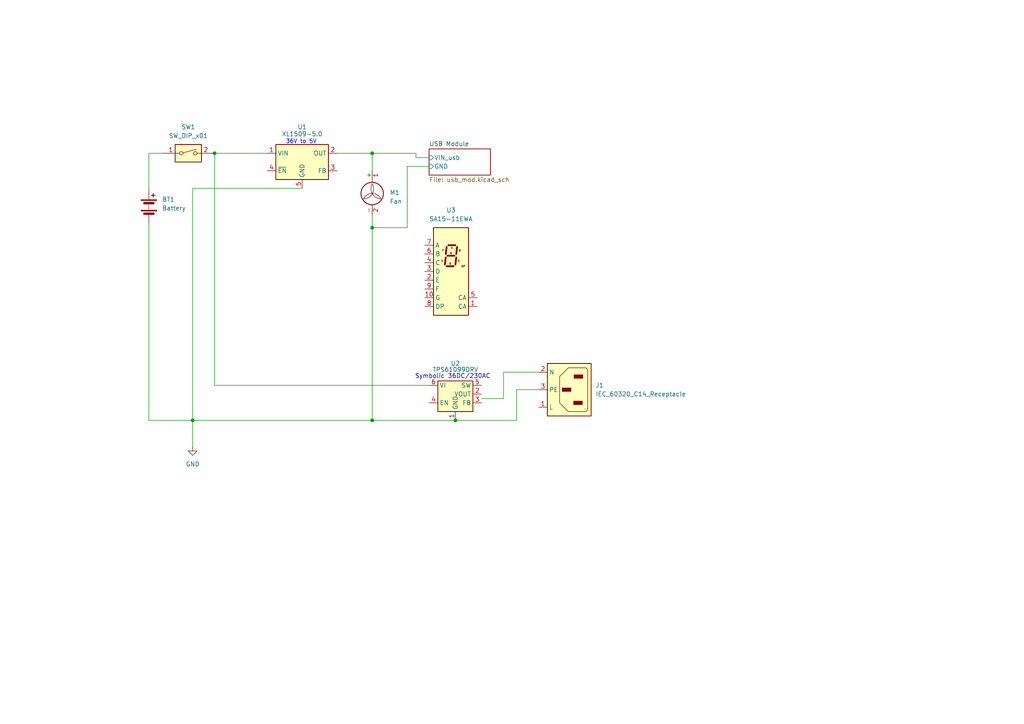
<source format=kicad_sch>
(kicad_sch (version 20250114) (generator "eeschema") (generator_version "9.0")
  (paper "A4")
  (lib_symbols
    (symbol "Connector:IEC_60320_C14_Receptacle"
      (property "Reference" "J" (at -5.842 8.636 0))
      (property "Value" "IEC_60320_C14_Receptacle" (at 0 -9.144 0))
      (symbol "IEC_60320_C14_Receptacle_1_1"
        (rectangle (start -6.35 7.62) (end 6.35 -7.62) (stroke (width 0.254)) (fill (type background)))
        (polyline (pts (xy -4.826 -6.35) (xy -5.334 -5.842) (xy -5.334 5.842) (xy -4.826 6.35) (xy 0.254 6.35) (xy 2.794 3.81) (xy 2.794 -3.81) (xy 0.254 -6.35) (xy -4.826 -6.35)) (fill (type background)))
        (rectangle (start -3.937 -3.302) (end -1.397 -4.318) (fill (type outline)))
        (rectangle (start -3.81 4.318) (end -1.27 3.302) (fill (type outline)))
        (rectangle (start -0.508 0.508) (end 2.032 -0.508) (fill (type outline)))
        (pin power_in line (at 8.89 5.08 180) (length 2.54) (name "L") (number "1"))
        (pin bidirectional line (at 8.89 0 180) (length 2.54) (name "PE") (number "3"))
        (pin power_in line (at 8.89 -5.08 180) (length 2.54) (name "N") (number "2"))
      )
    )
    (symbol "Device:Battery" (pin_numbers (hide yes)) (pin_names (offset 0) (hide yes))
      (property "Reference" "BT" (at 2.54 2.54 0))
      (property "Value" "Battery" (at 2.54 0 0))
      (symbol "Battery_0_1"
        (rectangle (start -2.286 1.778) (end 2.286 1.524) (fill (type outline)))
        (rectangle (start -2.286 -1.27) (end 2.286 -1.524) (fill (type outline)))
        (rectangle (start -1.524 1.016) (end 1.524 0.508) (fill (type outline)))
        (rectangle (start -1.524 -2.032) (end 1.524 -2.54) (fill (type outline)))
        (polyline (pts (xy 0 1.778) (xy 0 2.54)))
        (polyline (pts (xy 0 0) (xy 0 0.254)))
        (polyline (pts (xy 0 -0.508) (xy 0 -0.254)))
        (polyline (pts (xy 0 -1.016) (xy 0 -0.762)))
        (polyline (pts (xy 0.762 3.048) (xy 1.778 3.048)) (stroke (width 0.254)))
        (polyline (pts (xy 1.27 3.556) (xy 1.27 2.54)) (stroke (width 0.254)))
      )
      (symbol "Battery_1_1"
        (pin passive line (at 0 5.08 270) (length 2.54) (name "+") (number "1"))
        (pin passive line (at 0 -5.08 90) (length 2.54) (name "-") (number "2"))
      )
    )
    (symbol "Display_Character:SA15-11EWA"
      (property "Reference" "U" (at 0 16.51 0))
      (property "Value" "SA15-11EWA" (at 0 13.97 0))
      (symbol "SA15-11EWA_1_0"
        (text "E" (at -2.54 3.048 0) (effects (font (size 0.508 0.508))))
        (text "F" (at -2.286 6.096 0) (effects (font (size 0.508 0.508))))
        (text "D" (at -0.254 2.286 0) (effects (font (size 0.508 0.508))))
        (text "G" (at 0 5.334 0) (effects (font (size 0.508 0.508))))
        (text "A" (at 0.254 6.858 0) (effects (font (size 0.508 0.508))))
        (text "C" (at 2.286 3.048 0) (effects (font (size 0.508 0.508))))
        (text "B" (at 2.54 6.096 0) (effects (font (size 0.508 0.508))))
        (text "DP" (at 3.556 1.524 0) (effects (font (size 0.508 0.508))))
      )
      (symbol "SA15-11EWA_1_1"
        (rectangle (start -5.08 12.7) (end 5.08 -12.7) (stroke (width 0.254)) (fill (type background)))
        (polyline (pts (xy -1.524 4.064) (xy -1.778 2.032)) (stroke (width 0.508)))
        (polyline (pts (xy -1.27 7.112) (xy -1.524 5.08)) (stroke (width 0.508)))
        (polyline (pts (xy -1.27 1.524) (xy 0.762 1.524)) (stroke (width 0.508)))
        (polyline (pts (xy -1.016 4.572) (xy 1.016 4.572)) (stroke (width 0.508)))
        (polyline (pts (xy -0.762 7.62) (xy 1.27 7.62)) (stroke (width 0.508)))
        (polyline (pts (xy 1.524 4.064) (xy 1.27 2.032)) (stroke (width 0.508)))
        (polyline (pts (xy 1.778 7.112) (xy 1.524 5.08)) (stroke (width 0.508)))
        (polyline (pts (xy 2.54 1.524) (xy 2.54 1.524)) (stroke (width 0.508)))
        (pin input line (at -7.62 7.62 0) (length 2.54) (name "A") (number "7"))
        (pin input line (at -7.62 5.08 0) (length 2.54) (name "B") (number "6"))
        (pin input line (at -7.62 2.54 0) (length 2.54) (name "C") (number "4"))
        (pin input line (at -7.62 0 0) (length 2.54) (name "D") (number "3"))
        (pin input line (at -7.62 -2.54 0) (length 2.54) (name "E") (number "2"))
        (pin input line (at -7.62 -5.08 0) (length 2.54) (name "F") (number "9"))
        (pin input line (at -7.62 -7.62 0) (length 2.54) (name "G") (number "10"))
        (pin input line (at -7.62 -10.16 0) (length 2.54) (name "DP") (number "8"))
        (pin input line (at 7.62 -7.62 180) (length 2.54) (name "CA") (number "5"))
        (pin input line (at 7.62 -10.16 180) (length 2.54) (name "CA") (number "1"))
      )
    )
    (symbol "Motor:Fan" (pin_names (offset 0))
      (property "Reference" "M" (at 2.54 5.08 0))
      (property "Value" "Fan" (at 2.54 -2.54 0))
      (symbol "Fan_0_1"
        (arc (start 0 3.81) (mid -0.0015 0.9048) (end -2.54 -0.508))
        (polyline (pts (xy 0 4.572) (xy 0 5.08)))
        (polyline (pts (xy 0 4.2672) (xy 0 4.6228)))
        (circle (center 0 1.016) (radius 3.2512) (stroke (width 0.254)))
        (arc (start -2.54 -0.508) (mid 0 1.0618) (end 2.54 -0.508))
        (polyline (pts (xy 0 -2.2352) (xy 0 -2.6416)))
        (polyline (pts (xy 0 -5.08) (xy 0 -4.572)))
        (arc (start 2.54 -0.508) (mid 0.047 0.9315) (end 0 3.81))
      )
      (symbol "Fan_1_1"
        (pin passive line (at 0 7.62 270) (length 2.54) (name "+") (number "1"))
        (pin passive line (at 0 -5.08 90) (length 2.54) (name "-") (number "2"))
      )
    )
    (symbol "Regulator_Switching:TPS61099DRV"
      (property "Reference" "U" (at -5.08 7.62 0))
      (property "Value" "TPS61099DRV" (at 0 7.62 0))
      (symbol "TPS61099DRV_0_1"
        (rectangle (start -5.08 6.35) (end 5.08 -2.54) (stroke (width 0.254)) (fill (type background)))
      )
      (symbol "TPS61099DRV_1_1"
        (pin power_in line (at -7.62 5.08 0) (length 2.54) (name "VI") (number "6"))
        (pin input line (at -7.62 0 0) (length 2.54) (name "EN") (number "4"))
        (pin power_in line (at 0 -5.08 90) (length 2.54) (name "GND") (number "1"))
        (pin passive line (at 0 -5.08 90) (length 2.54) (hide yes) (name "GND") (number "7"))
        (pin power_in line (at 7.62 5.08 180) (length 2.54) (name "SW") (number "5"))
        (pin power_out line (at 7.62 2.54 180) (length 2.54) (name "VOUT") (number "2"))
        (pin passive line (at 7.62 0 180) (length 2.54) (name "FB") (number "3"))
      )
    )
    (symbol "Regulator_Switching:XL1509-5.0"
      (property "Reference" "U" (at -7.112 6.096 0))
      (property "Value" "XL1509-5.0" (at 5.842 6.096 0))
      (symbol "XL1509-5.0_0_1"
        (rectangle (start -7.62 5.08) (end 7.62 -5.08) (stroke (width 0.254)) (fill (type background)))
      )
      (symbol "XL1509-5.0_1_1"
        (pin power_in line (at -10.16 2.54 0) (length 2.54) (name "VIN") (number "1"))
        (pin input line (at -10.16 -2.54 0) (length 2.54) (name "~{EN}") (number "4"))
        (pin power_in line (at 0 -7.62 90) (length 2.54) (name "GND") (number "5"))
        (pin passive line (at 0 -7.62 90) (length 2.54) (hide yes) (name "GND") (number "6"))
        (pin passive line (at 0 -7.62 90) (length 2.54) (hide yes) (name "GND") (number "7"))
        (pin passive line (at 0 -7.62 90) (length 2.54) (hide yes) (name "GND") (number "8"))
        (pin power_out line (at 10.16 2.54 180) (length 2.54) (name "OUT") (number "2"))
        (pin input line (at 10.16 -2.54 180) (length 2.54) (name "FB") (number "3"))
      )
    )
    (symbol "Switch:SW_DIP_x01" (pin_names (offset 0) (hide yes))
      (property "Reference" "SW" (at 0 3.81 0))
      (property "Value" "SW_DIP_x01" (at 0 -3.81 0))
      (symbol "SW_DIP_x01_0_0"
        (circle (center -2.032 0) (radius 0.508))
        (polyline (pts (xy -1.524 0.127) (xy 2.3622 1.1684)))
        (circle (center 2.032 0) (radius 0.508))
      )
      (symbol "SW_DIP_x01_0_1"
        (rectangle (start -3.81 2.54) (end 3.81 -2.54) (stroke (width 0.254)) (fill (type background)))
      )
      (symbol "SW_DIP_x01_1_1"
        (pin passive line (at -7.62 0 0) (length 5.08) (name "~") (number "1"))
        (pin passive line (at 7.62 0 180) (length 5.08) (name "~") (number "2"))
      )
    )
    (symbol "power:GND" (power) (pin_numbers (hide yes)) (pin_names (offset 0) (hide yes))
      (property "Value" "GND" (at 0 -3.81 0))
      (symbol "GND_0_1"
        (polyline (pts (xy 0 0) (xy 0 -1.27) (xy 1.27 -1.27) (xy 0 -2.54) (xy -1.27 -1.27) (xy 0 -1.27)))
      )
      (symbol "GND_1_1"
        (pin power_in line (at 0 0 270) (length 0) (name "~") (number "1"))
      )
    )
  )
  (text "36V to 5V\n" (at 87.376 41.148 0) (effects (font (size 1.1684 1.1684))))
  (text "Symbolic 36DC/230AC" (at 131.318 109.22 0) (effects (font (size 1.27 1.27))))
  (junction (at 132.08 121.92))
  (junction (at 107.95 121.92))
  (junction (at 55.88 121.92))
  (junction (at 107.95 44.45))
  (junction (at 107.95 66.04))
  (junction (at 62.23 44.45))
  (wire (pts (xy 107.95 44.45) (xy 107.95 49.53)))
  (wire (pts (xy 149.86 121.92) (xy 132.08 121.92)))
  (wire (pts (xy 120.65 45.72) (xy 124.46 45.72)))
  (wire (pts (xy 107.95 66.04) (xy 107.95 62.23)))
  (wire (pts (xy 118.11 66.04) (xy 107.95 66.04)))
  (wire (pts (xy 124.46 48.26) (xy 118.11 48.26)))
  (wire (pts (xy 62.23 44.45) (xy 62.23 111.76)))
  (wire (pts (xy 62.23 44.45) (xy 77.47 44.45)))
  (wire (pts (xy 120.65 44.45) (xy 120.65 45.72)))
  (wire (pts (xy 62.23 111.76) (xy 124.46 111.76)))
  (wire (pts (xy 43.18 44.45) (xy 46.99 44.45)))
  (wire (pts (xy 55.88 54.61) (xy 87.63 54.61)))
  (wire (pts (xy 43.18 54.61) (xy 43.18 44.45)))
  (wire (pts (xy 107.95 121.92) (xy 132.08 121.92)))
  (wire (pts (xy 55.88 129.54) (xy 55.88 121.92)))
  (wire (pts (xy 149.86 113.03) (xy 149.86 121.92)))
  (wire (pts (xy 55.88 121.92) (xy 107.95 121.92)))
  (wire (pts (xy 43.18 121.92) (xy 55.88 121.92)))
  (wire (pts (xy 107.95 44.45) (xy 120.65 44.45)))
  (wire (pts (xy 97.79 44.45) (xy 107.95 44.45)))
  (wire (pts (xy 43.18 64.77) (xy 43.18 121.92)))
  (wire (pts (xy 107.95 66.04) (xy 107.95 121.92)))
  (wire (pts (xy 146.05 107.95) (xy 156.21 107.95)))
  (wire (pts (xy 118.11 48.26) (xy 118.11 66.04)))
  (wire (pts (xy 146.05 115.57) (xy 146.05 107.95)))
  (wire (pts (xy 156.21 113.03) (xy 149.86 113.03)))
  (wire (pts (xy 55.88 54.61) (xy 55.88 121.92)))
  (wire (pts (xy 139.7 115.57) (xy 146.05 115.57)))
  (symbol (lib_id "Device:Battery") (at 43.18 59.69 0) (unit 1)
    (property "Reference" "BT1" (at 46.99 57.8484 0) (effects (justify left)))
    (property "Value" "Battery" (at 46.99 60.3884 0) (effects (justify left)))
    (property "Description" "Multiple-cell battery" (effects (hide yes)))
  )
  (symbol (lib_id "Display_Character:SA15-11EWA") (at 130.81 78.74 0) (unit 1)
    (property "Reference" "U3" (at 130.81 60.96 0))
    (property "Value" "SA15-11EWA" (at 130.81 63.5 0))
    (property "Footprint" "Display_7Segment:SA15-11xxx" (effects (hide yes)))
    (property "Datasheet" "http://www.kingbrightusa.com/images/catalog/SPEC/SA15-11EWA.pdf" (effects (hide yes)))
    (property "Description" "High Efficiency Red Single-digit Numeric Display with white white diffused lens, common anode" (effects (hide yes)))
  )
  (symbol (lib_id "Regulator_Switching:XL1509-5.0") (at 87.63 46.99 0) (unit 1)
    (property "Reference" "U1" (at 87.63 36.83 0))
    (property "Value" "XL1509-5.0" (at 87.63 38.862 0))
    (property "Footprint" "Package_SO:SOIC-8_3.9x4.9mm_P1.27mm" (effects (hide yes)))
    (property "Datasheet" "https://datasheet.lcsc.com/lcsc/1809050422_XLSEMI-XL1509-5-0E1_C61063.pdf" (effects (hide yes)))
    (property "Description" "Buck DC/DC Converter, 2A, 5V Output Voltage, 7-40V Input Voltage" (effects (hide yes)))
  )
  (symbol (lib_id "Regulator_Switching:TPS61099DRV") (at 132.08 116.84 0) (unit 1)
    (property "Reference" "U2" (at 132.08 105.41 0))
    (property "Value" "TPS61099DRV" (at 132.08 107.188 0))
    (property "Footprint" "Package_SON:WSON-6-1EP_2x2mm_P0.65mm_EP1x1.6mm" (effects (hide yes)))
    (property "Datasheet" "https://www.ti.com/lit/gpn/TPS61099" (effects (hide yes)))
    (property "Description" "Boost Converter, 0.7-5.5V Input Voltage, 1A Switch Current, Adjustable 1.8-5.5V Output Voltage, WSON-6" (effects (hide yes)))
  )
  (symbol (lib_id "Connector:IEC_60320_C14_Receptacle") (at 165.1 113.03 180) (unit 1)
    (property "Reference" "J1" (at 172.72 111.7599 0) (effects (justify right)))
    (property "Value" "IEC_60320_C14_Receptacle" (at 172.72 114.2999 0) (effects (justify right)))
    (property "Description" "C14 Plug, 10A max" (effects (hide yes)))
  )
  (symbol (lib_id "Switch:SW_DIP_x01") (at 54.61 44.45 0) (unit 1)
    (property "Reference" "SW1" (at 54.61 36.83 0))
    (property "Value" "SW_DIP_x01" (at 54.61 39.37 0))
    (property "Description" "1x DIP Switch, Single Pole Single Throw (SPST) switch, small symbol" (effects (hide yes)))
  )
  (symbol (lib_id "Motor:Fan") (at 107.95 57.15 0) (unit 1)
    (property "Reference" "M1" (at 113.03 55.8799 0) (effects (justify left)))
    (property "Value" "Fan" (at 113.03 58.4199 0) (effects (justify left)))
    (property "Description" "Fan" (effects (hide yes)))
  )
  (symbol (lib_id "power:GND") (at 55.88 129.54 0) (unit 1)
    (property "Reference" "#PWR01" (effects (hide yes)))
    (property "Value" "GND" (at 55.88 134.62 0))
    (property "Description" "Power symbol creates a global label with name \"GND\" , ground" (effects (hide yes)))
  )
  (sheet (at 124.46 43.18) (size 17.78 7.62) (stroke (width 0.1524))
    (property "Sheetname" "USB Module" (at 124.46 42.4684 0) (effects (justify left bottom)))
    (property "Sheetfile" "usb_mod.kicad_sch" (at 124.46 51.3846 0) (effects (justify left top)))
    (pin "VIN_usb" input (at 124.46 45.72 180))
    (pin "GND" input (at 124.46 48.26 180))
  )
)
</source>
